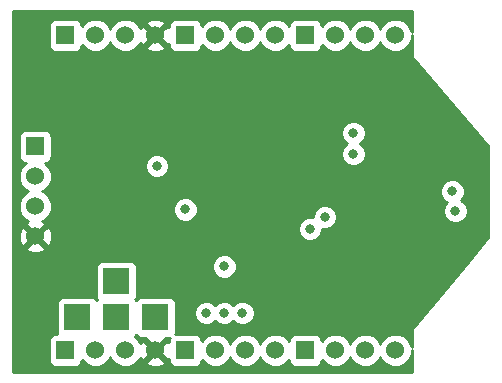
<source format=gbr>
G04 #@! TF.FileFunction,Copper,L3,Inr,Plane*
%FSLAX46Y46*%
G04 Gerber Fmt 4.6, Leading zero omitted, Abs format (unit mm)*
G04 Created by KiCad (PCBNEW (2015-01-16 BZR 5376)-product) date 25/06/2015 00:16:14*
%MOMM*%
G01*
G04 APERTURE LIST*
%ADD10C,0.150000*%
%ADD11R,1.524000X1.524000*%
%ADD12C,1.524000*%
%ADD13R,2.235200X2.235200*%
%ADD14C,0.800100*%
%ADD15C,0.254000*%
G04 APERTURE END LIST*
D10*
D11*
X109220000Y-45720000D03*
D12*
X111760000Y-45720000D03*
X114300000Y-45720000D03*
X116840000Y-45720000D03*
D11*
X99060000Y-45720000D03*
D12*
X101600000Y-45720000D03*
X104140000Y-45720000D03*
X106680000Y-45720000D03*
D11*
X88900000Y-45720000D03*
D12*
X91440000Y-45720000D03*
X93980000Y-45720000D03*
X96520000Y-45720000D03*
D11*
X109220000Y-72390000D03*
D12*
X111760000Y-72390000D03*
X114300000Y-72390000D03*
X116840000Y-72390000D03*
D11*
X99060000Y-72390000D03*
D12*
X101600000Y-72390000D03*
X104140000Y-72390000D03*
X106680000Y-72390000D03*
D11*
X88900000Y-72390000D03*
D12*
X91440000Y-72390000D03*
X93980000Y-72390000D03*
X96520000Y-72390000D03*
D11*
X86360000Y-55118000D03*
D12*
X86360000Y-57658000D03*
X86360000Y-60198000D03*
X86360000Y-62738000D03*
D13*
X96520000Y-69596000D03*
X93218000Y-69596000D03*
X89916000Y-69596000D03*
X93218000Y-66548000D03*
D14*
X120904000Y-54483000D03*
X119507000Y-56388000D03*
X123571000Y-55626000D03*
X123571000Y-56769000D03*
X100150500Y-61393500D03*
X100083500Y-59443500D03*
X94488000Y-52820000D03*
X108077000Y-59055000D03*
X108077000Y-60452000D03*
X119888000Y-65024000D03*
X96639500Y-58793500D03*
X100076000Y-56134000D03*
X99441000Y-56769000D03*
X102362000Y-65278000D03*
X109601000Y-62103000D03*
X121920000Y-60579000D03*
X110871000Y-61087000D03*
X121666000Y-58928000D03*
X99060000Y-60452000D03*
X113284000Y-55753000D03*
X113284000Y-53975000D03*
X100838000Y-69215000D03*
X103886000Y-69215000D03*
X102362000Y-69215000D03*
X96647000Y-56769000D03*
D15*
G36*
X124714000Y-62818904D02*
X122955229Y-64922532D01*
X122955229Y-60374019D01*
X122797984Y-59993457D01*
X122507074Y-59702039D01*
X122400147Y-59657639D01*
X122542961Y-59515074D01*
X122700870Y-59134787D01*
X122701229Y-58723019D01*
X122543984Y-58342457D01*
X122253074Y-58051039D01*
X121872787Y-57893130D01*
X121461019Y-57892771D01*
X121080457Y-58050016D01*
X120789039Y-58340926D01*
X120631130Y-58721213D01*
X120630771Y-59132981D01*
X120788016Y-59513543D01*
X121078926Y-59804961D01*
X121185852Y-59849360D01*
X121043039Y-59991926D01*
X120885130Y-60372213D01*
X120884771Y-60783981D01*
X121042016Y-61164543D01*
X121332926Y-61455961D01*
X121713213Y-61613870D01*
X122124981Y-61614229D01*
X122505543Y-61456984D01*
X122796961Y-61166074D01*
X122954870Y-60785787D01*
X122955229Y-60374019D01*
X122955229Y-64922532D01*
X118237000Y-70565904D01*
X118237000Y-72112753D01*
X118025010Y-71599697D01*
X117632370Y-71206371D01*
X117119100Y-70993243D01*
X116563339Y-70992758D01*
X116049697Y-71204990D01*
X115656371Y-71597630D01*
X115570050Y-71805512D01*
X115485010Y-71599697D01*
X115092370Y-71206371D01*
X114579100Y-70993243D01*
X114319229Y-70993016D01*
X114319229Y-55548019D01*
X114161984Y-55167457D01*
X113871074Y-54876039D01*
X113842480Y-54864165D01*
X113869543Y-54852984D01*
X114160961Y-54562074D01*
X114318870Y-54181787D01*
X114319229Y-53770019D01*
X114161984Y-53389457D01*
X113871074Y-53098039D01*
X113490787Y-52940130D01*
X113079019Y-52939771D01*
X112698457Y-53097016D01*
X112407039Y-53387926D01*
X112249130Y-53768213D01*
X112248771Y-54179981D01*
X112406016Y-54560543D01*
X112696926Y-54851961D01*
X112725519Y-54863834D01*
X112698457Y-54875016D01*
X112407039Y-55165926D01*
X112249130Y-55546213D01*
X112248771Y-55957981D01*
X112406016Y-56338543D01*
X112696926Y-56629961D01*
X113077213Y-56787870D01*
X113488981Y-56788229D01*
X113869543Y-56630984D01*
X114160961Y-56340074D01*
X114318870Y-55959787D01*
X114319229Y-55548019D01*
X114319229Y-70993016D01*
X114023339Y-70992758D01*
X113509697Y-71204990D01*
X113116371Y-71597630D01*
X113030050Y-71805512D01*
X112945010Y-71599697D01*
X112552370Y-71206371D01*
X112039100Y-70993243D01*
X111906229Y-70993127D01*
X111906229Y-60882019D01*
X111748984Y-60501457D01*
X111458074Y-60210039D01*
X111077787Y-60052130D01*
X110666019Y-60051771D01*
X110285457Y-60209016D01*
X109994039Y-60499926D01*
X109836130Y-60880213D01*
X109835955Y-61079826D01*
X109807787Y-61068130D01*
X109396019Y-61067771D01*
X109015457Y-61225016D01*
X108724039Y-61515926D01*
X108566130Y-61896213D01*
X108565771Y-62307981D01*
X108723016Y-62688543D01*
X109013926Y-62979961D01*
X109394213Y-63137870D01*
X109805981Y-63138229D01*
X110186543Y-62980984D01*
X110477961Y-62690074D01*
X110635870Y-62309787D01*
X110636044Y-62110173D01*
X110664213Y-62121870D01*
X111075981Y-62122229D01*
X111456543Y-61964984D01*
X111747961Y-61674074D01*
X111905870Y-61293787D01*
X111906229Y-60882019D01*
X111906229Y-70993127D01*
X111483339Y-70992758D01*
X110969697Y-71204990D01*
X110615892Y-71558177D01*
X110582463Y-71385877D01*
X110442673Y-71173073D01*
X110231640Y-71030623D01*
X109982000Y-70980560D01*
X108458000Y-70980560D01*
X108215877Y-71027537D01*
X108003073Y-71167327D01*
X107860623Y-71378360D01*
X107824395Y-71559011D01*
X107472370Y-71206371D01*
X106959100Y-70993243D01*
X106403339Y-70992758D01*
X105889697Y-71204990D01*
X105496371Y-71597630D01*
X105410050Y-71805512D01*
X105325010Y-71599697D01*
X104932370Y-71206371D01*
X104921229Y-71201744D01*
X104921229Y-69010019D01*
X104763984Y-68629457D01*
X104473074Y-68338039D01*
X104092787Y-68180130D01*
X103681019Y-68179771D01*
X103397229Y-68297030D01*
X103397229Y-65073019D01*
X103239984Y-64692457D01*
X102949074Y-64401039D01*
X102568787Y-64243130D01*
X102157019Y-64242771D01*
X101776457Y-64400016D01*
X101485039Y-64690926D01*
X101327130Y-65071213D01*
X101326771Y-65482981D01*
X101484016Y-65863543D01*
X101774926Y-66154961D01*
X102155213Y-66312870D01*
X102566981Y-66313229D01*
X102947543Y-66155984D01*
X103238961Y-65865074D01*
X103396870Y-65484787D01*
X103397229Y-65073019D01*
X103397229Y-68297030D01*
X103300457Y-68337016D01*
X103123947Y-68513217D01*
X102949074Y-68338039D01*
X102568787Y-68180130D01*
X102157019Y-68179771D01*
X101776457Y-68337016D01*
X101599947Y-68513217D01*
X101425074Y-68338039D01*
X101044787Y-68180130D01*
X100633019Y-68179771D01*
X100252457Y-68337016D01*
X100095229Y-68493969D01*
X100095229Y-60247019D01*
X99937984Y-59866457D01*
X99647074Y-59575039D01*
X99266787Y-59417130D01*
X98855019Y-59416771D01*
X98474457Y-59574016D01*
X98183039Y-59864926D01*
X98025130Y-60245213D01*
X98024771Y-60656981D01*
X98182016Y-61037543D01*
X98472926Y-61328961D01*
X98853213Y-61486870D01*
X99264981Y-61487229D01*
X99645543Y-61329984D01*
X99936961Y-61039074D01*
X100094870Y-60658787D01*
X100095229Y-60247019D01*
X100095229Y-68493969D01*
X99961039Y-68627926D01*
X99803130Y-69008213D01*
X99802771Y-69419981D01*
X99960016Y-69800543D01*
X100250926Y-70091961D01*
X100631213Y-70249870D01*
X101042981Y-70250229D01*
X101423543Y-70092984D01*
X101600052Y-69916782D01*
X101774926Y-70091961D01*
X102155213Y-70249870D01*
X102566981Y-70250229D01*
X102947543Y-70092984D01*
X103124052Y-69916782D01*
X103298926Y-70091961D01*
X103679213Y-70249870D01*
X104090981Y-70250229D01*
X104471543Y-70092984D01*
X104762961Y-69802074D01*
X104920870Y-69421787D01*
X104921229Y-69010019D01*
X104921229Y-71201744D01*
X104419100Y-70993243D01*
X103863339Y-70992758D01*
X103349697Y-71204990D01*
X102956371Y-71597630D01*
X102870050Y-71805512D01*
X102785010Y-71599697D01*
X102392370Y-71206371D01*
X101879100Y-70993243D01*
X101323339Y-70992758D01*
X100809697Y-71204990D01*
X100455892Y-71558177D01*
X100422463Y-71385877D01*
X100282673Y-71173073D01*
X100071640Y-71030623D01*
X99822000Y-70980560D01*
X98298000Y-70980560D01*
X98212026Y-70997240D01*
X98234977Y-70963240D01*
X98285040Y-70713600D01*
X98285040Y-68478400D01*
X98238063Y-68236277D01*
X98098273Y-68023473D01*
X97887240Y-67881023D01*
X97682229Y-67839909D01*
X97682229Y-56564019D01*
X97524984Y-56183457D01*
X97320608Y-55978724D01*
X97320608Y-46700213D01*
X96520000Y-45899605D01*
X96340395Y-46079210D01*
X96340395Y-45720000D01*
X95539787Y-44919392D01*
X95297603Y-44988857D01*
X95247491Y-45129317D01*
X95165010Y-44929697D01*
X94772370Y-44536371D01*
X94259100Y-44323243D01*
X93703339Y-44322758D01*
X93189697Y-44534990D01*
X92796371Y-44927630D01*
X92710050Y-45135512D01*
X92625010Y-44929697D01*
X92232370Y-44536371D01*
X91719100Y-44323243D01*
X91163339Y-44322758D01*
X90649697Y-44534990D01*
X90295892Y-44888177D01*
X90262463Y-44715877D01*
X90122673Y-44503073D01*
X89911640Y-44360623D01*
X89662000Y-44310560D01*
X88138000Y-44310560D01*
X87895877Y-44357537D01*
X87683073Y-44497327D01*
X87540623Y-44708360D01*
X87490560Y-44958000D01*
X87490560Y-46482000D01*
X87537537Y-46724123D01*
X87677327Y-46936927D01*
X87888360Y-47079377D01*
X88138000Y-47129440D01*
X89662000Y-47129440D01*
X89904123Y-47082463D01*
X90116927Y-46942673D01*
X90259377Y-46731640D01*
X90295604Y-46550988D01*
X90647630Y-46903629D01*
X91160900Y-47116757D01*
X91716661Y-47117242D01*
X92230303Y-46905010D01*
X92623629Y-46512370D01*
X92709949Y-46304487D01*
X92794990Y-46510303D01*
X93187630Y-46903629D01*
X93700900Y-47116757D01*
X94256661Y-47117242D01*
X94770303Y-46905010D01*
X95163629Y-46512370D01*
X95243394Y-46320272D01*
X95297603Y-46451143D01*
X95539787Y-46520608D01*
X96340395Y-45720000D01*
X96340395Y-46079210D01*
X95719392Y-46700213D01*
X95788857Y-46942397D01*
X96312302Y-47129144D01*
X96867368Y-47101362D01*
X97251143Y-46942397D01*
X97320608Y-46700213D01*
X97320608Y-55978724D01*
X97234074Y-55892039D01*
X96853787Y-55734130D01*
X96442019Y-55733771D01*
X96061457Y-55891016D01*
X95770039Y-56181926D01*
X95612130Y-56562213D01*
X95611771Y-56973981D01*
X95769016Y-57354543D01*
X96059926Y-57645961D01*
X96440213Y-57803870D01*
X96851981Y-57804229D01*
X97232543Y-57646984D01*
X97523961Y-57356074D01*
X97681870Y-56975787D01*
X97682229Y-56564019D01*
X97682229Y-67839909D01*
X97637600Y-67830960D01*
X95402400Y-67830960D01*
X95160277Y-67877937D01*
X94947473Y-68017727D01*
X94868931Y-68134082D01*
X94827662Y-68071258D01*
X94932977Y-67915240D01*
X94983040Y-67665600D01*
X94983040Y-65430400D01*
X94936063Y-65188277D01*
X94796273Y-64975473D01*
X94585240Y-64833023D01*
X94335600Y-64782960D01*
X92100400Y-64782960D01*
X91858277Y-64829937D01*
X91645473Y-64969727D01*
X91503023Y-65180760D01*
X91452960Y-65430400D01*
X91452960Y-67665600D01*
X91499937Y-67907723D01*
X91608337Y-68072741D01*
X91566931Y-68134082D01*
X91494273Y-68023473D01*
X91283240Y-67881023D01*
X91033600Y-67830960D01*
X88798400Y-67830960D01*
X88556277Y-67877937D01*
X88343473Y-68017727D01*
X88201023Y-68228760D01*
X88150960Y-68478400D01*
X88150960Y-70713600D01*
X88197937Y-70955723D01*
X88214252Y-70980560D01*
X88138000Y-70980560D01*
X87895877Y-71027537D01*
X87769440Y-71110592D01*
X87769440Y-55880000D01*
X87769440Y-54356000D01*
X87722463Y-54113877D01*
X87582673Y-53901073D01*
X87371640Y-53758623D01*
X87122000Y-53708560D01*
X85598000Y-53708560D01*
X85355877Y-53755537D01*
X85143073Y-53895327D01*
X85000623Y-54106360D01*
X84950560Y-54356000D01*
X84950560Y-55880000D01*
X84997537Y-56122123D01*
X85137327Y-56334927D01*
X85348360Y-56477377D01*
X85529011Y-56513604D01*
X85176371Y-56865630D01*
X84963243Y-57378900D01*
X84962758Y-57934661D01*
X85174990Y-58448303D01*
X85567630Y-58841629D01*
X85775512Y-58927949D01*
X85569697Y-59012990D01*
X85176371Y-59405630D01*
X84963243Y-59918900D01*
X84962758Y-60474661D01*
X85174990Y-60988303D01*
X85567630Y-61381629D01*
X85759727Y-61461394D01*
X85628857Y-61515603D01*
X85559392Y-61757787D01*
X86360000Y-62558395D01*
X87160608Y-61757787D01*
X87091143Y-61515603D01*
X86950682Y-61465491D01*
X87150303Y-61383010D01*
X87543629Y-60990370D01*
X87756757Y-60477100D01*
X87757242Y-59921339D01*
X87545010Y-59407697D01*
X87152370Y-59014371D01*
X86944487Y-58928050D01*
X87150303Y-58843010D01*
X87543629Y-58450370D01*
X87756757Y-57937100D01*
X87757242Y-57381339D01*
X87545010Y-56867697D01*
X87191822Y-56513892D01*
X87364123Y-56480463D01*
X87576927Y-56340673D01*
X87719377Y-56129640D01*
X87769440Y-55880000D01*
X87769440Y-71110592D01*
X87769144Y-71110787D01*
X87769144Y-62945698D01*
X87741362Y-62390632D01*
X87582397Y-62006857D01*
X87340213Y-61937392D01*
X86539605Y-62738000D01*
X87340213Y-63538608D01*
X87582397Y-63469143D01*
X87769144Y-62945698D01*
X87769144Y-71110787D01*
X87683073Y-71167327D01*
X87540623Y-71378360D01*
X87490560Y-71628000D01*
X87490560Y-73152000D01*
X87537537Y-73394123D01*
X87677327Y-73606927D01*
X87888360Y-73749377D01*
X88138000Y-73799440D01*
X89662000Y-73799440D01*
X89904123Y-73752463D01*
X90116927Y-73612673D01*
X90259377Y-73401640D01*
X90295604Y-73220988D01*
X90647630Y-73573629D01*
X91160900Y-73786757D01*
X91716661Y-73787242D01*
X92230303Y-73575010D01*
X92623629Y-73182370D01*
X92709949Y-72974487D01*
X92794990Y-73180303D01*
X93187630Y-73573629D01*
X93700900Y-73786757D01*
X94256661Y-73787242D01*
X94770303Y-73575010D01*
X95163629Y-73182370D01*
X95243394Y-72990272D01*
X95297603Y-73121143D01*
X95539787Y-73190608D01*
X96340395Y-72390000D01*
X95539787Y-71589392D01*
X95297603Y-71658857D01*
X95247491Y-71799317D01*
X95165010Y-71599697D01*
X94772370Y-71206371D01*
X94753556Y-71198558D01*
X94790527Y-71174273D01*
X94869068Y-71057917D01*
X94941727Y-71168527D01*
X95152760Y-71310977D01*
X95402400Y-71361040D01*
X95733373Y-71361040D01*
X95719392Y-71409787D01*
X96520000Y-72210395D01*
X97320608Y-71409787D01*
X97306626Y-71361040D01*
X97637600Y-71361040D01*
X97723573Y-71344359D01*
X97700623Y-71378360D01*
X97650560Y-71628000D01*
X97650560Y-71632515D01*
X97500213Y-71589392D01*
X96699605Y-72390000D01*
X97500213Y-73190608D01*
X97650560Y-73147484D01*
X97650560Y-73152000D01*
X97697537Y-73394123D01*
X97837327Y-73606927D01*
X98048360Y-73749377D01*
X98298000Y-73799440D01*
X99822000Y-73799440D01*
X100064123Y-73752463D01*
X100276927Y-73612673D01*
X100419377Y-73401640D01*
X100455604Y-73220988D01*
X100807630Y-73573629D01*
X101320900Y-73786757D01*
X101876661Y-73787242D01*
X102390303Y-73575010D01*
X102783629Y-73182370D01*
X102869949Y-72974487D01*
X102954990Y-73180303D01*
X103347630Y-73573629D01*
X103860900Y-73786757D01*
X104416661Y-73787242D01*
X104930303Y-73575010D01*
X105323629Y-73182370D01*
X105409949Y-72974487D01*
X105494990Y-73180303D01*
X105887630Y-73573629D01*
X106400900Y-73786757D01*
X106956661Y-73787242D01*
X107470303Y-73575010D01*
X107824107Y-73221822D01*
X107857537Y-73394123D01*
X107997327Y-73606927D01*
X108208360Y-73749377D01*
X108458000Y-73799440D01*
X109982000Y-73799440D01*
X110224123Y-73752463D01*
X110436927Y-73612673D01*
X110579377Y-73401640D01*
X110615604Y-73220988D01*
X110967630Y-73573629D01*
X111480900Y-73786757D01*
X112036661Y-73787242D01*
X112550303Y-73575010D01*
X112943629Y-73182370D01*
X113029949Y-72974487D01*
X113114990Y-73180303D01*
X113507630Y-73573629D01*
X114020900Y-73786757D01*
X114576661Y-73787242D01*
X115090303Y-73575010D01*
X115483629Y-73182370D01*
X115569949Y-72974487D01*
X115654990Y-73180303D01*
X116047630Y-73573629D01*
X116560900Y-73786757D01*
X117116661Y-73787242D01*
X117630303Y-73575010D01*
X118023629Y-73182370D01*
X118236757Y-72669100D01*
X118237000Y-72390646D01*
X118237000Y-74245470D01*
X97320608Y-74245470D01*
X97320608Y-73370213D01*
X96520000Y-72569605D01*
X95719392Y-73370213D01*
X95788857Y-73612397D01*
X96312302Y-73799144D01*
X96867368Y-73771362D01*
X97251143Y-73612397D01*
X97320608Y-73370213D01*
X97320608Y-74245470D01*
X87160608Y-74245470D01*
X87160608Y-63718213D01*
X86360000Y-62917605D01*
X86180395Y-63097210D01*
X86180395Y-62738000D01*
X85379787Y-61937392D01*
X85137603Y-62006857D01*
X84950856Y-62530302D01*
X84978638Y-63085368D01*
X85137603Y-63469143D01*
X85379787Y-63538608D01*
X86180395Y-62738000D01*
X86180395Y-63097210D01*
X85559392Y-63718213D01*
X85628857Y-63960397D01*
X86152302Y-64147144D01*
X86707368Y-64119362D01*
X87091143Y-63960397D01*
X87160608Y-63718213D01*
X87160608Y-74245470D01*
X84504530Y-74245470D01*
X84504530Y-43610530D01*
X90932000Y-43610530D01*
X118237000Y-43610530D01*
X118237000Y-45442753D01*
X118025010Y-44929697D01*
X117632370Y-44536371D01*
X117119100Y-44323243D01*
X116563339Y-44322758D01*
X116049697Y-44534990D01*
X115656371Y-44927630D01*
X115570050Y-45135512D01*
X115485010Y-44929697D01*
X115092370Y-44536371D01*
X114579100Y-44323243D01*
X114023339Y-44322758D01*
X113509697Y-44534990D01*
X113116371Y-44927630D01*
X113030050Y-45135512D01*
X112945010Y-44929697D01*
X112552370Y-44536371D01*
X112039100Y-44323243D01*
X111483339Y-44322758D01*
X110969697Y-44534990D01*
X110615892Y-44888177D01*
X110582463Y-44715877D01*
X110442673Y-44503073D01*
X110231640Y-44360623D01*
X109982000Y-44310560D01*
X108458000Y-44310560D01*
X108215877Y-44357537D01*
X108003073Y-44497327D01*
X107860623Y-44708360D01*
X107824395Y-44889011D01*
X107472370Y-44536371D01*
X106959100Y-44323243D01*
X106403339Y-44322758D01*
X105889697Y-44534990D01*
X105496371Y-44927630D01*
X105410050Y-45135512D01*
X105325010Y-44929697D01*
X104932370Y-44536371D01*
X104419100Y-44323243D01*
X103863339Y-44322758D01*
X103349697Y-44534990D01*
X102956371Y-44927630D01*
X102870050Y-45135512D01*
X102785010Y-44929697D01*
X102392370Y-44536371D01*
X101879100Y-44323243D01*
X101323339Y-44322758D01*
X100809697Y-44534990D01*
X100455892Y-44888177D01*
X100422463Y-44715877D01*
X100282673Y-44503073D01*
X100071640Y-44360623D01*
X99822000Y-44310560D01*
X98298000Y-44310560D01*
X98055877Y-44357537D01*
X97843073Y-44497327D01*
X97700623Y-44708360D01*
X97650560Y-44958000D01*
X97650560Y-44962515D01*
X97500213Y-44919392D01*
X97320608Y-45098997D01*
X97320608Y-44739787D01*
X97251143Y-44497603D01*
X96727698Y-44310856D01*
X96172632Y-44338638D01*
X95788857Y-44497603D01*
X95719392Y-44739787D01*
X96520000Y-45540395D01*
X97320608Y-44739787D01*
X97320608Y-45098997D01*
X96699605Y-45720000D01*
X97500213Y-46520608D01*
X97650560Y-46477484D01*
X97650560Y-46482000D01*
X97697537Y-46724123D01*
X97837327Y-46936927D01*
X98048360Y-47079377D01*
X98298000Y-47129440D01*
X99822000Y-47129440D01*
X100064123Y-47082463D01*
X100276927Y-46942673D01*
X100419377Y-46731640D01*
X100455604Y-46550988D01*
X100807630Y-46903629D01*
X101320900Y-47116757D01*
X101876661Y-47117242D01*
X102390303Y-46905010D01*
X102783629Y-46512370D01*
X102869949Y-46304487D01*
X102954990Y-46510303D01*
X103347630Y-46903629D01*
X103860900Y-47116757D01*
X104416661Y-47117242D01*
X104930303Y-46905010D01*
X105323629Y-46512370D01*
X105409949Y-46304487D01*
X105494990Y-46510303D01*
X105887630Y-46903629D01*
X106400900Y-47116757D01*
X106956661Y-47117242D01*
X107470303Y-46905010D01*
X107824107Y-46551822D01*
X107857537Y-46724123D01*
X107997327Y-46936927D01*
X108208360Y-47079377D01*
X108458000Y-47129440D01*
X109982000Y-47129440D01*
X110224123Y-47082463D01*
X110436927Y-46942673D01*
X110579377Y-46731640D01*
X110615604Y-46550988D01*
X110967630Y-46903629D01*
X111480900Y-47116757D01*
X112036661Y-47117242D01*
X112550303Y-46905010D01*
X112943629Y-46512370D01*
X113029949Y-46304487D01*
X113114990Y-46510303D01*
X113507630Y-46903629D01*
X114020900Y-47116757D01*
X114576661Y-47117242D01*
X115090303Y-46905010D01*
X115483629Y-46512370D01*
X115569949Y-46304487D01*
X115654990Y-46510303D01*
X116047630Y-46903629D01*
X116560900Y-47116757D01*
X117116661Y-47117242D01*
X117630303Y-46905010D01*
X118023629Y-46512370D01*
X118236757Y-45999100D01*
X118237000Y-45720646D01*
X118237000Y-47545282D01*
X124714000Y-55038282D01*
X124714000Y-62818904D01*
X124714000Y-62818904D01*
G37*
X124714000Y-62818904D02*
X122955229Y-64922532D01*
X122955229Y-60374019D01*
X122797984Y-59993457D01*
X122507074Y-59702039D01*
X122400147Y-59657639D01*
X122542961Y-59515074D01*
X122700870Y-59134787D01*
X122701229Y-58723019D01*
X122543984Y-58342457D01*
X122253074Y-58051039D01*
X121872787Y-57893130D01*
X121461019Y-57892771D01*
X121080457Y-58050016D01*
X120789039Y-58340926D01*
X120631130Y-58721213D01*
X120630771Y-59132981D01*
X120788016Y-59513543D01*
X121078926Y-59804961D01*
X121185852Y-59849360D01*
X121043039Y-59991926D01*
X120885130Y-60372213D01*
X120884771Y-60783981D01*
X121042016Y-61164543D01*
X121332926Y-61455961D01*
X121713213Y-61613870D01*
X122124981Y-61614229D01*
X122505543Y-61456984D01*
X122796961Y-61166074D01*
X122954870Y-60785787D01*
X122955229Y-60374019D01*
X122955229Y-64922532D01*
X118237000Y-70565904D01*
X118237000Y-72112753D01*
X118025010Y-71599697D01*
X117632370Y-71206371D01*
X117119100Y-70993243D01*
X116563339Y-70992758D01*
X116049697Y-71204990D01*
X115656371Y-71597630D01*
X115570050Y-71805512D01*
X115485010Y-71599697D01*
X115092370Y-71206371D01*
X114579100Y-70993243D01*
X114319229Y-70993016D01*
X114319229Y-55548019D01*
X114161984Y-55167457D01*
X113871074Y-54876039D01*
X113842480Y-54864165D01*
X113869543Y-54852984D01*
X114160961Y-54562074D01*
X114318870Y-54181787D01*
X114319229Y-53770019D01*
X114161984Y-53389457D01*
X113871074Y-53098039D01*
X113490787Y-52940130D01*
X113079019Y-52939771D01*
X112698457Y-53097016D01*
X112407039Y-53387926D01*
X112249130Y-53768213D01*
X112248771Y-54179981D01*
X112406016Y-54560543D01*
X112696926Y-54851961D01*
X112725519Y-54863834D01*
X112698457Y-54875016D01*
X112407039Y-55165926D01*
X112249130Y-55546213D01*
X112248771Y-55957981D01*
X112406016Y-56338543D01*
X112696926Y-56629961D01*
X113077213Y-56787870D01*
X113488981Y-56788229D01*
X113869543Y-56630984D01*
X114160961Y-56340074D01*
X114318870Y-55959787D01*
X114319229Y-55548019D01*
X114319229Y-70993016D01*
X114023339Y-70992758D01*
X113509697Y-71204990D01*
X113116371Y-71597630D01*
X113030050Y-71805512D01*
X112945010Y-71599697D01*
X112552370Y-71206371D01*
X112039100Y-70993243D01*
X111906229Y-70993127D01*
X111906229Y-60882019D01*
X111748984Y-60501457D01*
X111458074Y-60210039D01*
X111077787Y-60052130D01*
X110666019Y-60051771D01*
X110285457Y-60209016D01*
X109994039Y-60499926D01*
X109836130Y-60880213D01*
X109835955Y-61079826D01*
X109807787Y-61068130D01*
X109396019Y-61067771D01*
X109015457Y-61225016D01*
X108724039Y-61515926D01*
X108566130Y-61896213D01*
X108565771Y-62307981D01*
X108723016Y-62688543D01*
X109013926Y-62979961D01*
X109394213Y-63137870D01*
X109805981Y-63138229D01*
X110186543Y-62980984D01*
X110477961Y-62690074D01*
X110635870Y-62309787D01*
X110636044Y-62110173D01*
X110664213Y-62121870D01*
X111075981Y-62122229D01*
X111456543Y-61964984D01*
X111747961Y-61674074D01*
X111905870Y-61293787D01*
X111906229Y-60882019D01*
X111906229Y-70993127D01*
X111483339Y-70992758D01*
X110969697Y-71204990D01*
X110615892Y-71558177D01*
X110582463Y-71385877D01*
X110442673Y-71173073D01*
X110231640Y-71030623D01*
X109982000Y-70980560D01*
X108458000Y-70980560D01*
X108215877Y-71027537D01*
X108003073Y-71167327D01*
X107860623Y-71378360D01*
X107824395Y-71559011D01*
X107472370Y-71206371D01*
X106959100Y-70993243D01*
X106403339Y-70992758D01*
X105889697Y-71204990D01*
X105496371Y-71597630D01*
X105410050Y-71805512D01*
X105325010Y-71599697D01*
X104932370Y-71206371D01*
X104921229Y-71201744D01*
X104921229Y-69010019D01*
X104763984Y-68629457D01*
X104473074Y-68338039D01*
X104092787Y-68180130D01*
X103681019Y-68179771D01*
X103397229Y-68297030D01*
X103397229Y-65073019D01*
X103239984Y-64692457D01*
X102949074Y-64401039D01*
X102568787Y-64243130D01*
X102157019Y-64242771D01*
X101776457Y-64400016D01*
X101485039Y-64690926D01*
X101327130Y-65071213D01*
X101326771Y-65482981D01*
X101484016Y-65863543D01*
X101774926Y-66154961D01*
X102155213Y-66312870D01*
X102566981Y-66313229D01*
X102947543Y-66155984D01*
X103238961Y-65865074D01*
X103396870Y-65484787D01*
X103397229Y-65073019D01*
X103397229Y-68297030D01*
X103300457Y-68337016D01*
X103123947Y-68513217D01*
X102949074Y-68338039D01*
X102568787Y-68180130D01*
X102157019Y-68179771D01*
X101776457Y-68337016D01*
X101599947Y-68513217D01*
X101425074Y-68338039D01*
X101044787Y-68180130D01*
X100633019Y-68179771D01*
X100252457Y-68337016D01*
X100095229Y-68493969D01*
X100095229Y-60247019D01*
X99937984Y-59866457D01*
X99647074Y-59575039D01*
X99266787Y-59417130D01*
X98855019Y-59416771D01*
X98474457Y-59574016D01*
X98183039Y-59864926D01*
X98025130Y-60245213D01*
X98024771Y-60656981D01*
X98182016Y-61037543D01*
X98472926Y-61328961D01*
X98853213Y-61486870D01*
X99264981Y-61487229D01*
X99645543Y-61329984D01*
X99936961Y-61039074D01*
X100094870Y-60658787D01*
X100095229Y-60247019D01*
X100095229Y-68493969D01*
X99961039Y-68627926D01*
X99803130Y-69008213D01*
X99802771Y-69419981D01*
X99960016Y-69800543D01*
X100250926Y-70091961D01*
X100631213Y-70249870D01*
X101042981Y-70250229D01*
X101423543Y-70092984D01*
X101600052Y-69916782D01*
X101774926Y-70091961D01*
X102155213Y-70249870D01*
X102566981Y-70250229D01*
X102947543Y-70092984D01*
X103124052Y-69916782D01*
X103298926Y-70091961D01*
X103679213Y-70249870D01*
X104090981Y-70250229D01*
X104471543Y-70092984D01*
X104762961Y-69802074D01*
X104920870Y-69421787D01*
X104921229Y-69010019D01*
X104921229Y-71201744D01*
X104419100Y-70993243D01*
X103863339Y-70992758D01*
X103349697Y-71204990D01*
X102956371Y-71597630D01*
X102870050Y-71805512D01*
X102785010Y-71599697D01*
X102392370Y-71206371D01*
X101879100Y-70993243D01*
X101323339Y-70992758D01*
X100809697Y-71204990D01*
X100455892Y-71558177D01*
X100422463Y-71385877D01*
X100282673Y-71173073D01*
X100071640Y-71030623D01*
X99822000Y-70980560D01*
X98298000Y-70980560D01*
X98212026Y-70997240D01*
X98234977Y-70963240D01*
X98285040Y-70713600D01*
X98285040Y-68478400D01*
X98238063Y-68236277D01*
X98098273Y-68023473D01*
X97887240Y-67881023D01*
X97682229Y-67839909D01*
X97682229Y-56564019D01*
X97524984Y-56183457D01*
X97320608Y-55978724D01*
X97320608Y-46700213D01*
X96520000Y-45899605D01*
X96340395Y-46079210D01*
X96340395Y-45720000D01*
X95539787Y-44919392D01*
X95297603Y-44988857D01*
X95247491Y-45129317D01*
X95165010Y-44929697D01*
X94772370Y-44536371D01*
X94259100Y-44323243D01*
X93703339Y-44322758D01*
X93189697Y-44534990D01*
X92796371Y-44927630D01*
X92710050Y-45135512D01*
X92625010Y-44929697D01*
X92232370Y-44536371D01*
X91719100Y-44323243D01*
X91163339Y-44322758D01*
X90649697Y-44534990D01*
X90295892Y-44888177D01*
X90262463Y-44715877D01*
X90122673Y-44503073D01*
X89911640Y-44360623D01*
X89662000Y-44310560D01*
X88138000Y-44310560D01*
X87895877Y-44357537D01*
X87683073Y-44497327D01*
X87540623Y-44708360D01*
X87490560Y-44958000D01*
X87490560Y-46482000D01*
X87537537Y-46724123D01*
X87677327Y-46936927D01*
X87888360Y-47079377D01*
X88138000Y-47129440D01*
X89662000Y-47129440D01*
X89904123Y-47082463D01*
X90116927Y-46942673D01*
X90259377Y-46731640D01*
X90295604Y-46550988D01*
X90647630Y-46903629D01*
X91160900Y-47116757D01*
X91716661Y-47117242D01*
X92230303Y-46905010D01*
X92623629Y-46512370D01*
X92709949Y-46304487D01*
X92794990Y-46510303D01*
X93187630Y-46903629D01*
X93700900Y-47116757D01*
X94256661Y-47117242D01*
X94770303Y-46905010D01*
X95163629Y-46512370D01*
X95243394Y-46320272D01*
X95297603Y-46451143D01*
X95539787Y-46520608D01*
X96340395Y-45720000D01*
X96340395Y-46079210D01*
X95719392Y-46700213D01*
X95788857Y-46942397D01*
X96312302Y-47129144D01*
X96867368Y-47101362D01*
X97251143Y-46942397D01*
X97320608Y-46700213D01*
X97320608Y-55978724D01*
X97234074Y-55892039D01*
X96853787Y-55734130D01*
X96442019Y-55733771D01*
X96061457Y-55891016D01*
X95770039Y-56181926D01*
X95612130Y-56562213D01*
X95611771Y-56973981D01*
X95769016Y-57354543D01*
X96059926Y-57645961D01*
X96440213Y-57803870D01*
X96851981Y-57804229D01*
X97232543Y-57646984D01*
X97523961Y-57356074D01*
X97681870Y-56975787D01*
X97682229Y-56564019D01*
X97682229Y-67839909D01*
X97637600Y-67830960D01*
X95402400Y-67830960D01*
X95160277Y-67877937D01*
X94947473Y-68017727D01*
X94868931Y-68134082D01*
X94827662Y-68071258D01*
X94932977Y-67915240D01*
X94983040Y-67665600D01*
X94983040Y-65430400D01*
X94936063Y-65188277D01*
X94796273Y-64975473D01*
X94585240Y-64833023D01*
X94335600Y-64782960D01*
X92100400Y-64782960D01*
X91858277Y-64829937D01*
X91645473Y-64969727D01*
X91503023Y-65180760D01*
X91452960Y-65430400D01*
X91452960Y-67665600D01*
X91499937Y-67907723D01*
X91608337Y-68072741D01*
X91566931Y-68134082D01*
X91494273Y-68023473D01*
X91283240Y-67881023D01*
X91033600Y-67830960D01*
X88798400Y-67830960D01*
X88556277Y-67877937D01*
X88343473Y-68017727D01*
X88201023Y-68228760D01*
X88150960Y-68478400D01*
X88150960Y-70713600D01*
X88197937Y-70955723D01*
X88214252Y-70980560D01*
X88138000Y-70980560D01*
X87895877Y-71027537D01*
X87769440Y-71110592D01*
X87769440Y-55880000D01*
X87769440Y-54356000D01*
X87722463Y-54113877D01*
X87582673Y-53901073D01*
X87371640Y-53758623D01*
X87122000Y-53708560D01*
X85598000Y-53708560D01*
X85355877Y-53755537D01*
X85143073Y-53895327D01*
X85000623Y-54106360D01*
X84950560Y-54356000D01*
X84950560Y-55880000D01*
X84997537Y-56122123D01*
X85137327Y-56334927D01*
X85348360Y-56477377D01*
X85529011Y-56513604D01*
X85176371Y-56865630D01*
X84963243Y-57378900D01*
X84962758Y-57934661D01*
X85174990Y-58448303D01*
X85567630Y-58841629D01*
X85775512Y-58927949D01*
X85569697Y-59012990D01*
X85176371Y-59405630D01*
X84963243Y-59918900D01*
X84962758Y-60474661D01*
X85174990Y-60988303D01*
X85567630Y-61381629D01*
X85759727Y-61461394D01*
X85628857Y-61515603D01*
X85559392Y-61757787D01*
X86360000Y-62558395D01*
X87160608Y-61757787D01*
X87091143Y-61515603D01*
X86950682Y-61465491D01*
X87150303Y-61383010D01*
X87543629Y-60990370D01*
X87756757Y-60477100D01*
X87757242Y-59921339D01*
X87545010Y-59407697D01*
X87152370Y-59014371D01*
X86944487Y-58928050D01*
X87150303Y-58843010D01*
X87543629Y-58450370D01*
X87756757Y-57937100D01*
X87757242Y-57381339D01*
X87545010Y-56867697D01*
X87191822Y-56513892D01*
X87364123Y-56480463D01*
X87576927Y-56340673D01*
X87719377Y-56129640D01*
X87769440Y-55880000D01*
X87769440Y-71110592D01*
X87769144Y-71110787D01*
X87769144Y-62945698D01*
X87741362Y-62390632D01*
X87582397Y-62006857D01*
X87340213Y-61937392D01*
X86539605Y-62738000D01*
X87340213Y-63538608D01*
X87582397Y-63469143D01*
X87769144Y-62945698D01*
X87769144Y-71110787D01*
X87683073Y-71167327D01*
X87540623Y-71378360D01*
X87490560Y-71628000D01*
X87490560Y-73152000D01*
X87537537Y-73394123D01*
X87677327Y-73606927D01*
X87888360Y-73749377D01*
X88138000Y-73799440D01*
X89662000Y-73799440D01*
X89904123Y-73752463D01*
X90116927Y-73612673D01*
X90259377Y-73401640D01*
X90295604Y-73220988D01*
X90647630Y-73573629D01*
X91160900Y-73786757D01*
X91716661Y-73787242D01*
X92230303Y-73575010D01*
X92623629Y-73182370D01*
X92709949Y-72974487D01*
X92794990Y-73180303D01*
X93187630Y-73573629D01*
X93700900Y-73786757D01*
X94256661Y-73787242D01*
X94770303Y-73575010D01*
X95163629Y-73182370D01*
X95243394Y-72990272D01*
X95297603Y-73121143D01*
X95539787Y-73190608D01*
X96340395Y-72390000D01*
X95539787Y-71589392D01*
X95297603Y-71658857D01*
X95247491Y-71799317D01*
X95165010Y-71599697D01*
X94772370Y-71206371D01*
X94753556Y-71198558D01*
X94790527Y-71174273D01*
X94869068Y-71057917D01*
X94941727Y-71168527D01*
X95152760Y-71310977D01*
X95402400Y-71361040D01*
X95733373Y-71361040D01*
X95719392Y-71409787D01*
X96520000Y-72210395D01*
X97320608Y-71409787D01*
X97306626Y-71361040D01*
X97637600Y-71361040D01*
X97723573Y-71344359D01*
X97700623Y-71378360D01*
X97650560Y-71628000D01*
X97650560Y-71632515D01*
X97500213Y-71589392D01*
X96699605Y-72390000D01*
X97500213Y-73190608D01*
X97650560Y-73147484D01*
X97650560Y-73152000D01*
X97697537Y-73394123D01*
X97837327Y-73606927D01*
X98048360Y-73749377D01*
X98298000Y-73799440D01*
X99822000Y-73799440D01*
X100064123Y-73752463D01*
X100276927Y-73612673D01*
X100419377Y-73401640D01*
X100455604Y-73220988D01*
X100807630Y-73573629D01*
X101320900Y-73786757D01*
X101876661Y-73787242D01*
X102390303Y-73575010D01*
X102783629Y-73182370D01*
X102869949Y-72974487D01*
X102954990Y-73180303D01*
X103347630Y-73573629D01*
X103860900Y-73786757D01*
X104416661Y-73787242D01*
X104930303Y-73575010D01*
X105323629Y-73182370D01*
X105409949Y-72974487D01*
X105494990Y-73180303D01*
X105887630Y-73573629D01*
X106400900Y-73786757D01*
X106956661Y-73787242D01*
X107470303Y-73575010D01*
X107824107Y-73221822D01*
X107857537Y-73394123D01*
X107997327Y-73606927D01*
X108208360Y-73749377D01*
X108458000Y-73799440D01*
X109982000Y-73799440D01*
X110224123Y-73752463D01*
X110436927Y-73612673D01*
X110579377Y-73401640D01*
X110615604Y-73220988D01*
X110967630Y-73573629D01*
X111480900Y-73786757D01*
X112036661Y-73787242D01*
X112550303Y-73575010D01*
X112943629Y-73182370D01*
X113029949Y-72974487D01*
X113114990Y-73180303D01*
X113507630Y-73573629D01*
X114020900Y-73786757D01*
X114576661Y-73787242D01*
X115090303Y-73575010D01*
X115483629Y-73182370D01*
X115569949Y-72974487D01*
X115654990Y-73180303D01*
X116047630Y-73573629D01*
X116560900Y-73786757D01*
X117116661Y-73787242D01*
X117630303Y-73575010D01*
X118023629Y-73182370D01*
X118236757Y-72669100D01*
X118237000Y-72390646D01*
X118237000Y-74245470D01*
X97320608Y-74245470D01*
X97320608Y-73370213D01*
X96520000Y-72569605D01*
X95719392Y-73370213D01*
X95788857Y-73612397D01*
X96312302Y-73799144D01*
X96867368Y-73771362D01*
X97251143Y-73612397D01*
X97320608Y-73370213D01*
X97320608Y-74245470D01*
X87160608Y-74245470D01*
X87160608Y-63718213D01*
X86360000Y-62917605D01*
X86180395Y-63097210D01*
X86180395Y-62738000D01*
X85379787Y-61937392D01*
X85137603Y-62006857D01*
X84950856Y-62530302D01*
X84978638Y-63085368D01*
X85137603Y-63469143D01*
X85379787Y-63538608D01*
X86180395Y-62738000D01*
X86180395Y-63097210D01*
X85559392Y-63718213D01*
X85628857Y-63960397D01*
X86152302Y-64147144D01*
X86707368Y-64119362D01*
X87091143Y-63960397D01*
X87160608Y-63718213D01*
X87160608Y-74245470D01*
X84504530Y-74245470D01*
X84504530Y-43610530D01*
X90932000Y-43610530D01*
X118237000Y-43610530D01*
X118237000Y-45442753D01*
X118025010Y-44929697D01*
X117632370Y-44536371D01*
X117119100Y-44323243D01*
X116563339Y-44322758D01*
X116049697Y-44534990D01*
X115656371Y-44927630D01*
X115570050Y-45135512D01*
X115485010Y-44929697D01*
X115092370Y-44536371D01*
X114579100Y-44323243D01*
X114023339Y-44322758D01*
X113509697Y-44534990D01*
X113116371Y-44927630D01*
X113030050Y-45135512D01*
X112945010Y-44929697D01*
X112552370Y-44536371D01*
X112039100Y-44323243D01*
X111483339Y-44322758D01*
X110969697Y-44534990D01*
X110615892Y-44888177D01*
X110582463Y-44715877D01*
X110442673Y-44503073D01*
X110231640Y-44360623D01*
X109982000Y-44310560D01*
X108458000Y-44310560D01*
X108215877Y-44357537D01*
X108003073Y-44497327D01*
X107860623Y-44708360D01*
X107824395Y-44889011D01*
X107472370Y-44536371D01*
X106959100Y-44323243D01*
X106403339Y-44322758D01*
X105889697Y-44534990D01*
X105496371Y-44927630D01*
X105410050Y-45135512D01*
X105325010Y-44929697D01*
X104932370Y-44536371D01*
X104419100Y-44323243D01*
X103863339Y-44322758D01*
X103349697Y-44534990D01*
X102956371Y-44927630D01*
X102870050Y-45135512D01*
X102785010Y-44929697D01*
X102392370Y-44536371D01*
X101879100Y-44323243D01*
X101323339Y-44322758D01*
X100809697Y-44534990D01*
X100455892Y-44888177D01*
X100422463Y-44715877D01*
X100282673Y-44503073D01*
X100071640Y-44360623D01*
X99822000Y-44310560D01*
X98298000Y-44310560D01*
X98055877Y-44357537D01*
X97843073Y-44497327D01*
X97700623Y-44708360D01*
X97650560Y-44958000D01*
X97650560Y-44962515D01*
X97500213Y-44919392D01*
X97320608Y-45098997D01*
X97320608Y-44739787D01*
X97251143Y-44497603D01*
X96727698Y-44310856D01*
X96172632Y-44338638D01*
X95788857Y-44497603D01*
X95719392Y-44739787D01*
X96520000Y-45540395D01*
X97320608Y-44739787D01*
X97320608Y-45098997D01*
X96699605Y-45720000D01*
X97500213Y-46520608D01*
X97650560Y-46477484D01*
X97650560Y-46482000D01*
X97697537Y-46724123D01*
X97837327Y-46936927D01*
X98048360Y-47079377D01*
X98298000Y-47129440D01*
X99822000Y-47129440D01*
X100064123Y-47082463D01*
X100276927Y-46942673D01*
X100419377Y-46731640D01*
X100455604Y-46550988D01*
X100807630Y-46903629D01*
X101320900Y-47116757D01*
X101876661Y-47117242D01*
X102390303Y-46905010D01*
X102783629Y-46512370D01*
X102869949Y-46304487D01*
X102954990Y-46510303D01*
X103347630Y-46903629D01*
X103860900Y-47116757D01*
X104416661Y-47117242D01*
X104930303Y-46905010D01*
X105323629Y-46512370D01*
X105409949Y-46304487D01*
X105494990Y-46510303D01*
X105887630Y-46903629D01*
X106400900Y-47116757D01*
X106956661Y-47117242D01*
X107470303Y-46905010D01*
X107824107Y-46551822D01*
X107857537Y-46724123D01*
X107997327Y-46936927D01*
X108208360Y-47079377D01*
X108458000Y-47129440D01*
X109982000Y-47129440D01*
X110224123Y-47082463D01*
X110436927Y-46942673D01*
X110579377Y-46731640D01*
X110615604Y-46550988D01*
X110967630Y-46903629D01*
X111480900Y-47116757D01*
X112036661Y-47117242D01*
X112550303Y-46905010D01*
X112943629Y-46512370D01*
X113029949Y-46304487D01*
X113114990Y-46510303D01*
X113507630Y-46903629D01*
X114020900Y-47116757D01*
X114576661Y-47117242D01*
X115090303Y-46905010D01*
X115483629Y-46512370D01*
X115569949Y-46304487D01*
X115654990Y-46510303D01*
X116047630Y-46903629D01*
X116560900Y-47116757D01*
X117116661Y-47117242D01*
X117630303Y-46905010D01*
X118023629Y-46512370D01*
X118236757Y-45999100D01*
X118237000Y-45720646D01*
X118237000Y-47545282D01*
X124714000Y-55038282D01*
X124714000Y-62818904D01*
M02*

</source>
